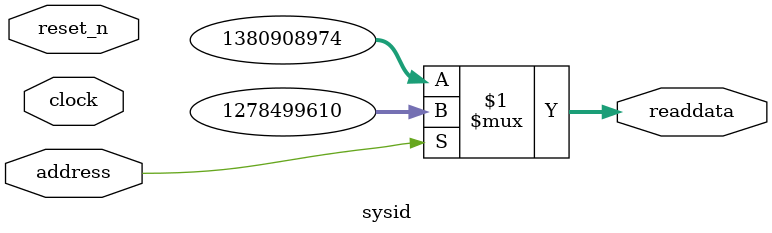
<source format=v>

`timescale 1ns / 1ps
// synthesis translate_on

// turn off superfluous verilog processor warnings 
// altera message_level Level1 
// altera message_off 10034 10035 10036 10037 10230 10240 10030 

module sysid (
               // inputs:
                address,
                clock,
                reset_n,

               // outputs:
                readdata
             )
;

  output  [ 31: 0] readdata;
  input            address;
  input            clock;
  input            reset_n;

  wire    [ 31: 0] readdata;
  //control_slave, which is an e_avalon_slave
  assign readdata = address ? 1278499610 : 1380908974;

endmodule


</source>
